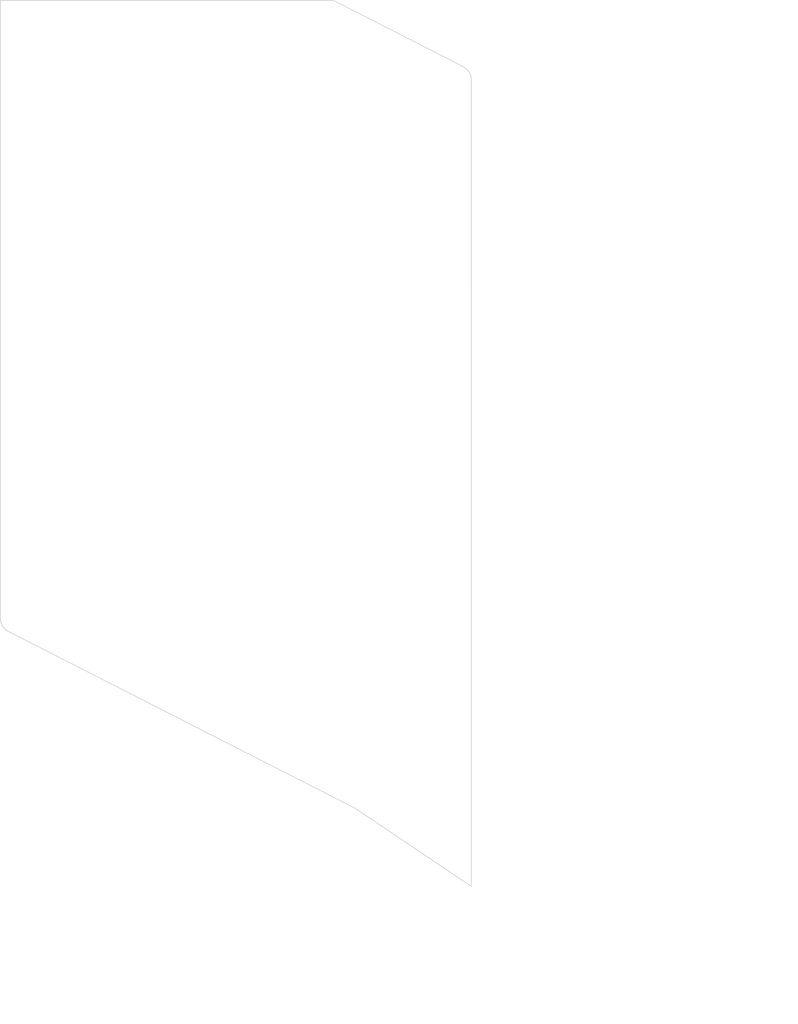
<source format=kicad_pcb>
(kicad_pcb (version 20171130) (host pcbnew 5.1.10-88a1d61d58~88~ubuntu18.04.1)

  (general
    (thickness 1.6)
    (drawings 13)
    (tracks 0)
    (zones 0)
    (modules 3)
    (nets 1)
  )

  (page A4)
  (layers
    (0 F.Cu signal)
    (31 B.Cu signal)
    (32 B.Adhes user)
    (33 F.Adhes user)
    (34 B.Paste user)
    (35 F.Paste user)
    (36 B.SilkS user)
    (37 F.SilkS user)
    (38 B.Mask user)
    (39 F.Mask user)
    (40 Dwgs.User user)
    (41 Cmts.User user)
    (42 Eco1.User user)
    (43 Eco2.User user)
    (44 Edge.Cuts user)
    (45 Margin user)
    (46 B.CrtYd user)
    (47 F.CrtYd user)
    (48 B.Fab user)
    (49 F.Fab user)
  )

  (setup
    (last_trace_width 0.25)
    (trace_clearance 0.2)
    (zone_clearance 0.508)
    (zone_45_only no)
    (trace_min 0.2)
    (via_size 0.8)
    (via_drill 0.4)
    (via_min_size 0.4)
    (via_min_drill 0.3)
    (uvia_size 0.3)
    (uvia_drill 0.1)
    (uvias_allowed no)
    (uvia_min_size 0.2)
    (uvia_min_drill 0.1)
    (edge_width 0.05)
    (segment_width 0.2)
    (pcb_text_width 0.3)
    (pcb_text_size 1.5 1.5)
    (mod_edge_width 0.12)
    (mod_text_size 1 1)
    (mod_text_width 0.15)
    (pad_size 2.2 2.2)
    (pad_drill 2.2)
    (pad_to_mask_clearance 0)
    (aux_axis_origin 0 0)
    (visible_elements FFFFFF7F)
    (pcbplotparams
      (layerselection 0x010cc_7ffffffe)
      (usegerberextensions false)
      (usegerberattributes true)
      (usegerberadvancedattributes true)
      (creategerberjobfile true)
      (excludeedgelayer true)
      (linewidth 0.100000)
      (plotframeref false)
      (viasonmask false)
      (mode 1)
      (useauxorigin false)
      (hpglpennumber 1)
      (hpglpenspeed 20)
      (hpglpendiameter 15.000000)
      (psnegative false)
      (psa4output false)
      (plotreference true)
      (plotvalue true)
      (plotinvisibletext false)
      (padsonsilk false)
      (subtractmaskfromsilk false)
      (outputformat 1)
      (mirror false)
      (drillshape 0)
      (scaleselection 1)
      (outputdirectory ""))
  )

  (net 0 "")

  (net_class Default "This is the default net class."
    (clearance 0.2)
    (trace_width 0.25)
    (via_dia 0.8)
    (via_drill 0.4)
    (uvia_dia 0.3)
    (uvia_drill 0.1)
  )

  (module used_footprints:M2_HOLE_PCB (layer F.Cu) (tedit 61A63633) (tstamp 61A63653)
    (at 227.774957 90.660868)
    (path /6053584A)
    (fp_text reference H15 (at 0 2.7) (layer F.SilkS) hide
      (effects (font (size 1 1) (thickness 0.15)))
    )
    (fp_text value MountingHole (at 0 -2.6) (layer F.Fab) hide
      (effects (font (size 1 1) (thickness 0.15)))
    )
    (pad "" np_thru_hole circle (at -0.089101 -0.045399) (size 2.2 2.2) (drill 2.2) (layers *.Cu *.Mask))
  )

  (module used_footprints:M2_HOLE_PCB (layer F.Cu) (tedit 61A63640) (tstamp 61A6364F)
    (at 204.774958 78.960866 351)
    (path /6041583E)
    (fp_text reference HM12 (at 0 2.7 171) (layer F.SilkS) hide
      (effects (font (size 1 1) (thickness 0.15)))
    )
    (fp_text value CaseHole (at 0 -2.6 171) (layer F.Fab) hide
      (effects (font (size 1 1) (thickness 0.15)))
    )
    (pad "" np_thru_hole circle (at -0.760845 -0.247214 351) (size 2.2 2.2) (drill 2.2) (layers *.Cu *.Mask))
  )

  (module used_footprints:M2_HOLE_PCB (layer F.Cu) (tedit 61A6360F) (tstamp 61A6364B)
    (at 227.774961 46.260876 340.5)
    (path /5DC03D38)
    (fp_text reference HM1 (at 0 2.7 160.5) (layer F.SilkS) hide
      (effects (font (size 1 1) (thickness 0.15)))
    )
    (fp_text value CaseHole (at 0 -2.6 160.5) (layer F.Fab) hide
      (effects (font (size 1 1) (thickness 0.15)))
    )
    (pad "" np_thru_hole circle (at 0 0 340.5) (size 2.2 2.2) (drill 2.2) (layers *.Cu *.Mask))
  )

  (gr_line (start 199.96 39.665044) (end 199.947878 39.68) (layer Edge.Cuts) (width 0.05) (tstamp 61A63590))
  (gr_line (start 200.074958 80.160872) (end 252.19884 106.719313) (layer Cmts.User) (width 0.15) (tstamp 61A63658))
  (gr_line (start 200.77496 81.560868) (end 201.074961 59.060882) (layer Cmts.User) (width 0.15) (tstamp 61A6364A))
  (gr_arc (start 200.950259 80.154978) (end 199.94788 80.113509) (angle -59.3) (layer Edge.Cuts) (width 0.05) (tstamp 61A634F5))
  (gr_line (start 223.218253 92.621212) (end 230.842242 97.746664) (layer Edge.Cuts) (width 0.05) (tstamp 61A634F4))
  (gr_circle (center 212.72 58.36) (end 212.844683 58.531638) (layer Cmts.User) (width 0.15) (tstamp 61A634F3))
  (gr_arc (start 229.846502 44.887434) (end 230.841843 44.852134) (angle -60.24128881) (layer Edge.Cuts) (width 0.05) (tstamp 61A634F2))
  (gr_line (start 221.806128 39.671713) (end 230.309896 44.005835) (layer Edge.Cuts) (width 0.05) (tstamp 61A634E0))
  (gr_line (start 200.40354 80.996157) (end 223.218253 92.621212) (layer Edge.Cuts) (width 0.05) (tstamp 61A634DE))
  (gr_line (start 221.737224 39.66504) (end 199.96 39.665044) (layer Edge.Cuts) (width 0.05) (tstamp 61A634DC))
  (gr_line (start 199.94788 80.113509) (end 199.947878 39.68) (layer Edge.Cuts) (width 0.05) (tstamp 61A634DA))
  (gr_line (start 221.737224 39.66504) (end 221.806128 39.671713) (layer Edge.Cuts) (width 0.05) (tstamp 61A634D5))
  (gr_line (start 230.841843 44.852134) (end 230.842242 97.746664) (layer Edge.Cuts) (width 0.05) (tstamp 61A634D4))

)

</source>
